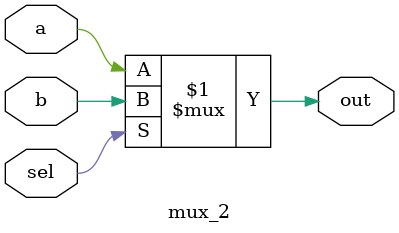
<source format=v>
`timescale              1 ns/1 ps
module mux_2(out,a,b,sel);
	output out;
	input a,b,sel;
	wire out,a,b,sel;
	assign out=sel?b:a;
endmodule


</source>
